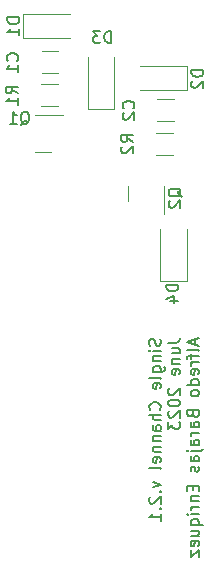
<source format=gbr>
%TF.GenerationSoftware,KiCad,Pcbnew,7.0.5*%
%TF.CreationDate,2023-06-30T17:27:13-05:00*%
%TF.ProjectId,Single.Channel.Amp,53696e67-6c65-42e4-9368-616e6e656c2e,rev?*%
%TF.SameCoordinates,Original*%
%TF.FileFunction,Legend,Bot*%
%TF.FilePolarity,Positive*%
%FSLAX46Y46*%
G04 Gerber Fmt 4.6, Leading zero omitted, Abs format (unit mm)*
G04 Created by KiCad (PCBNEW 7.0.5) date 2023-06-30 17:27:13*
%MOMM*%
%LPD*%
G01*
G04 APERTURE LIST*
%ADD10C,0.150000*%
%ADD11C,0.120000*%
G04 APERTURE END LIST*
D10*
X70377200Y-54099160D02*
X70424819Y-54242017D01*
X70424819Y-54242017D02*
X70424819Y-54480112D01*
X70424819Y-54480112D02*
X70377200Y-54575350D01*
X70377200Y-54575350D02*
X70329580Y-54622969D01*
X70329580Y-54622969D02*
X70234342Y-54670588D01*
X70234342Y-54670588D02*
X70139104Y-54670588D01*
X70139104Y-54670588D02*
X70043866Y-54622969D01*
X70043866Y-54622969D02*
X69996247Y-54575350D01*
X69996247Y-54575350D02*
X69948628Y-54480112D01*
X69948628Y-54480112D02*
X69901009Y-54289636D01*
X69901009Y-54289636D02*
X69853390Y-54194398D01*
X69853390Y-54194398D02*
X69805771Y-54146779D01*
X69805771Y-54146779D02*
X69710533Y-54099160D01*
X69710533Y-54099160D02*
X69615295Y-54099160D01*
X69615295Y-54099160D02*
X69520057Y-54146779D01*
X69520057Y-54146779D02*
X69472438Y-54194398D01*
X69472438Y-54194398D02*
X69424819Y-54289636D01*
X69424819Y-54289636D02*
X69424819Y-54527731D01*
X69424819Y-54527731D02*
X69472438Y-54670588D01*
X70424819Y-55099160D02*
X69758152Y-55099160D01*
X69424819Y-55099160D02*
X69472438Y-55051541D01*
X69472438Y-55051541D02*
X69520057Y-55099160D01*
X69520057Y-55099160D02*
X69472438Y-55146779D01*
X69472438Y-55146779D02*
X69424819Y-55099160D01*
X69424819Y-55099160D02*
X69520057Y-55099160D01*
X69758152Y-55575350D02*
X70424819Y-55575350D01*
X69853390Y-55575350D02*
X69805771Y-55622969D01*
X69805771Y-55622969D02*
X69758152Y-55718207D01*
X69758152Y-55718207D02*
X69758152Y-55861064D01*
X69758152Y-55861064D02*
X69805771Y-55956302D01*
X69805771Y-55956302D02*
X69901009Y-56003921D01*
X69901009Y-56003921D02*
X70424819Y-56003921D01*
X69758152Y-56908683D02*
X70567676Y-56908683D01*
X70567676Y-56908683D02*
X70662914Y-56861064D01*
X70662914Y-56861064D02*
X70710533Y-56813445D01*
X70710533Y-56813445D02*
X70758152Y-56718207D01*
X70758152Y-56718207D02*
X70758152Y-56575350D01*
X70758152Y-56575350D02*
X70710533Y-56480112D01*
X70377200Y-56908683D02*
X70424819Y-56813445D01*
X70424819Y-56813445D02*
X70424819Y-56622969D01*
X70424819Y-56622969D02*
X70377200Y-56527731D01*
X70377200Y-56527731D02*
X70329580Y-56480112D01*
X70329580Y-56480112D02*
X70234342Y-56432493D01*
X70234342Y-56432493D02*
X69948628Y-56432493D01*
X69948628Y-56432493D02*
X69853390Y-56480112D01*
X69853390Y-56480112D02*
X69805771Y-56527731D01*
X69805771Y-56527731D02*
X69758152Y-56622969D01*
X69758152Y-56622969D02*
X69758152Y-56813445D01*
X69758152Y-56813445D02*
X69805771Y-56908683D01*
X70424819Y-57527731D02*
X70377200Y-57432493D01*
X70377200Y-57432493D02*
X70281961Y-57384874D01*
X70281961Y-57384874D02*
X69424819Y-57384874D01*
X70377200Y-58289636D02*
X70424819Y-58194398D01*
X70424819Y-58194398D02*
X70424819Y-58003922D01*
X70424819Y-58003922D02*
X70377200Y-57908684D01*
X70377200Y-57908684D02*
X70281961Y-57861065D01*
X70281961Y-57861065D02*
X69901009Y-57861065D01*
X69901009Y-57861065D02*
X69805771Y-57908684D01*
X69805771Y-57908684D02*
X69758152Y-58003922D01*
X69758152Y-58003922D02*
X69758152Y-58194398D01*
X69758152Y-58194398D02*
X69805771Y-58289636D01*
X69805771Y-58289636D02*
X69901009Y-58337255D01*
X69901009Y-58337255D02*
X69996247Y-58337255D01*
X69996247Y-58337255D02*
X70091485Y-57861065D01*
X70329580Y-60099160D02*
X70377200Y-60051541D01*
X70377200Y-60051541D02*
X70424819Y-59908684D01*
X70424819Y-59908684D02*
X70424819Y-59813446D01*
X70424819Y-59813446D02*
X70377200Y-59670589D01*
X70377200Y-59670589D02*
X70281961Y-59575351D01*
X70281961Y-59575351D02*
X70186723Y-59527732D01*
X70186723Y-59527732D02*
X69996247Y-59480113D01*
X69996247Y-59480113D02*
X69853390Y-59480113D01*
X69853390Y-59480113D02*
X69662914Y-59527732D01*
X69662914Y-59527732D02*
X69567676Y-59575351D01*
X69567676Y-59575351D02*
X69472438Y-59670589D01*
X69472438Y-59670589D02*
X69424819Y-59813446D01*
X69424819Y-59813446D02*
X69424819Y-59908684D01*
X69424819Y-59908684D02*
X69472438Y-60051541D01*
X69472438Y-60051541D02*
X69520057Y-60099160D01*
X70424819Y-60527732D02*
X69424819Y-60527732D01*
X70424819Y-60956303D02*
X69901009Y-60956303D01*
X69901009Y-60956303D02*
X69805771Y-60908684D01*
X69805771Y-60908684D02*
X69758152Y-60813446D01*
X69758152Y-60813446D02*
X69758152Y-60670589D01*
X69758152Y-60670589D02*
X69805771Y-60575351D01*
X69805771Y-60575351D02*
X69853390Y-60527732D01*
X70424819Y-61861065D02*
X69901009Y-61861065D01*
X69901009Y-61861065D02*
X69805771Y-61813446D01*
X69805771Y-61813446D02*
X69758152Y-61718208D01*
X69758152Y-61718208D02*
X69758152Y-61527732D01*
X69758152Y-61527732D02*
X69805771Y-61432494D01*
X70377200Y-61861065D02*
X70424819Y-61765827D01*
X70424819Y-61765827D02*
X70424819Y-61527732D01*
X70424819Y-61527732D02*
X70377200Y-61432494D01*
X70377200Y-61432494D02*
X70281961Y-61384875D01*
X70281961Y-61384875D02*
X70186723Y-61384875D01*
X70186723Y-61384875D02*
X70091485Y-61432494D01*
X70091485Y-61432494D02*
X70043866Y-61527732D01*
X70043866Y-61527732D02*
X70043866Y-61765827D01*
X70043866Y-61765827D02*
X69996247Y-61861065D01*
X69758152Y-62337256D02*
X70424819Y-62337256D01*
X69853390Y-62337256D02*
X69805771Y-62384875D01*
X69805771Y-62384875D02*
X69758152Y-62480113D01*
X69758152Y-62480113D02*
X69758152Y-62622970D01*
X69758152Y-62622970D02*
X69805771Y-62718208D01*
X69805771Y-62718208D02*
X69901009Y-62765827D01*
X69901009Y-62765827D02*
X70424819Y-62765827D01*
X69758152Y-63242018D02*
X70424819Y-63242018D01*
X69853390Y-63242018D02*
X69805771Y-63289637D01*
X69805771Y-63289637D02*
X69758152Y-63384875D01*
X69758152Y-63384875D02*
X69758152Y-63527732D01*
X69758152Y-63527732D02*
X69805771Y-63622970D01*
X69805771Y-63622970D02*
X69901009Y-63670589D01*
X69901009Y-63670589D02*
X70424819Y-63670589D01*
X70377200Y-64527732D02*
X70424819Y-64432494D01*
X70424819Y-64432494D02*
X70424819Y-64242018D01*
X70424819Y-64242018D02*
X70377200Y-64146780D01*
X70377200Y-64146780D02*
X70281961Y-64099161D01*
X70281961Y-64099161D02*
X69901009Y-64099161D01*
X69901009Y-64099161D02*
X69805771Y-64146780D01*
X69805771Y-64146780D02*
X69758152Y-64242018D01*
X69758152Y-64242018D02*
X69758152Y-64432494D01*
X69758152Y-64432494D02*
X69805771Y-64527732D01*
X69805771Y-64527732D02*
X69901009Y-64575351D01*
X69901009Y-64575351D02*
X69996247Y-64575351D01*
X69996247Y-64575351D02*
X70091485Y-64099161D01*
X70424819Y-65146780D02*
X70377200Y-65051542D01*
X70377200Y-65051542D02*
X70281961Y-65003923D01*
X70281961Y-65003923D02*
X69424819Y-65003923D01*
X69758152Y-66194400D02*
X70424819Y-66432495D01*
X70424819Y-66432495D02*
X69758152Y-66670590D01*
X70329580Y-67051543D02*
X70377200Y-67099162D01*
X70377200Y-67099162D02*
X70424819Y-67051543D01*
X70424819Y-67051543D02*
X70377200Y-67003924D01*
X70377200Y-67003924D02*
X70329580Y-67051543D01*
X70329580Y-67051543D02*
X70424819Y-67051543D01*
X69520057Y-67480114D02*
X69472438Y-67527733D01*
X69472438Y-67527733D02*
X69424819Y-67622971D01*
X69424819Y-67622971D02*
X69424819Y-67861066D01*
X69424819Y-67861066D02*
X69472438Y-67956304D01*
X69472438Y-67956304D02*
X69520057Y-68003923D01*
X69520057Y-68003923D02*
X69615295Y-68051542D01*
X69615295Y-68051542D02*
X69710533Y-68051542D01*
X69710533Y-68051542D02*
X69853390Y-68003923D01*
X69853390Y-68003923D02*
X70424819Y-67432495D01*
X70424819Y-67432495D02*
X70424819Y-68051542D01*
X70329580Y-68480114D02*
X70377200Y-68527733D01*
X70377200Y-68527733D02*
X70424819Y-68480114D01*
X70424819Y-68480114D02*
X70377200Y-68432495D01*
X70377200Y-68432495D02*
X70329580Y-68480114D01*
X70329580Y-68480114D02*
X70424819Y-68480114D01*
X70424819Y-69480113D02*
X70424819Y-68908685D01*
X70424819Y-69194399D02*
X69424819Y-69194399D01*
X69424819Y-69194399D02*
X69567676Y-69099161D01*
X69567676Y-69099161D02*
X69662914Y-69003923D01*
X69662914Y-69003923D02*
X69710533Y-68908685D01*
X71034819Y-54432493D02*
X71749104Y-54432493D01*
X71749104Y-54432493D02*
X71891961Y-54384874D01*
X71891961Y-54384874D02*
X71987200Y-54289636D01*
X71987200Y-54289636D02*
X72034819Y-54146779D01*
X72034819Y-54146779D02*
X72034819Y-54051541D01*
X71368152Y-55337255D02*
X72034819Y-55337255D01*
X71368152Y-54908684D02*
X71891961Y-54908684D01*
X71891961Y-54908684D02*
X71987200Y-54956303D01*
X71987200Y-54956303D02*
X72034819Y-55051541D01*
X72034819Y-55051541D02*
X72034819Y-55194398D01*
X72034819Y-55194398D02*
X71987200Y-55289636D01*
X71987200Y-55289636D02*
X71939580Y-55337255D01*
X71368152Y-55813446D02*
X72034819Y-55813446D01*
X71463390Y-55813446D02*
X71415771Y-55861065D01*
X71415771Y-55861065D02*
X71368152Y-55956303D01*
X71368152Y-55956303D02*
X71368152Y-56099160D01*
X71368152Y-56099160D02*
X71415771Y-56194398D01*
X71415771Y-56194398D02*
X71511009Y-56242017D01*
X71511009Y-56242017D02*
X72034819Y-56242017D01*
X71987200Y-57099160D02*
X72034819Y-57003922D01*
X72034819Y-57003922D02*
X72034819Y-56813446D01*
X72034819Y-56813446D02*
X71987200Y-56718208D01*
X71987200Y-56718208D02*
X71891961Y-56670589D01*
X71891961Y-56670589D02*
X71511009Y-56670589D01*
X71511009Y-56670589D02*
X71415771Y-56718208D01*
X71415771Y-56718208D02*
X71368152Y-56813446D01*
X71368152Y-56813446D02*
X71368152Y-57003922D01*
X71368152Y-57003922D02*
X71415771Y-57099160D01*
X71415771Y-57099160D02*
X71511009Y-57146779D01*
X71511009Y-57146779D02*
X71606247Y-57146779D01*
X71606247Y-57146779D02*
X71701485Y-56670589D01*
X71130057Y-58289637D02*
X71082438Y-58337256D01*
X71082438Y-58337256D02*
X71034819Y-58432494D01*
X71034819Y-58432494D02*
X71034819Y-58670589D01*
X71034819Y-58670589D02*
X71082438Y-58765827D01*
X71082438Y-58765827D02*
X71130057Y-58813446D01*
X71130057Y-58813446D02*
X71225295Y-58861065D01*
X71225295Y-58861065D02*
X71320533Y-58861065D01*
X71320533Y-58861065D02*
X71463390Y-58813446D01*
X71463390Y-58813446D02*
X72034819Y-58242018D01*
X72034819Y-58242018D02*
X72034819Y-58861065D01*
X71034819Y-59480113D02*
X71034819Y-59575351D01*
X71034819Y-59575351D02*
X71082438Y-59670589D01*
X71082438Y-59670589D02*
X71130057Y-59718208D01*
X71130057Y-59718208D02*
X71225295Y-59765827D01*
X71225295Y-59765827D02*
X71415771Y-59813446D01*
X71415771Y-59813446D02*
X71653866Y-59813446D01*
X71653866Y-59813446D02*
X71844342Y-59765827D01*
X71844342Y-59765827D02*
X71939580Y-59718208D01*
X71939580Y-59718208D02*
X71987200Y-59670589D01*
X71987200Y-59670589D02*
X72034819Y-59575351D01*
X72034819Y-59575351D02*
X72034819Y-59480113D01*
X72034819Y-59480113D02*
X71987200Y-59384875D01*
X71987200Y-59384875D02*
X71939580Y-59337256D01*
X71939580Y-59337256D02*
X71844342Y-59289637D01*
X71844342Y-59289637D02*
X71653866Y-59242018D01*
X71653866Y-59242018D02*
X71415771Y-59242018D01*
X71415771Y-59242018D02*
X71225295Y-59289637D01*
X71225295Y-59289637D02*
X71130057Y-59337256D01*
X71130057Y-59337256D02*
X71082438Y-59384875D01*
X71082438Y-59384875D02*
X71034819Y-59480113D01*
X71130057Y-60194399D02*
X71082438Y-60242018D01*
X71082438Y-60242018D02*
X71034819Y-60337256D01*
X71034819Y-60337256D02*
X71034819Y-60575351D01*
X71034819Y-60575351D02*
X71082438Y-60670589D01*
X71082438Y-60670589D02*
X71130057Y-60718208D01*
X71130057Y-60718208D02*
X71225295Y-60765827D01*
X71225295Y-60765827D02*
X71320533Y-60765827D01*
X71320533Y-60765827D02*
X71463390Y-60718208D01*
X71463390Y-60718208D02*
X72034819Y-60146780D01*
X72034819Y-60146780D02*
X72034819Y-60765827D01*
X71034819Y-61099161D02*
X71034819Y-61718208D01*
X71034819Y-61718208D02*
X71415771Y-61384875D01*
X71415771Y-61384875D02*
X71415771Y-61527732D01*
X71415771Y-61527732D02*
X71463390Y-61622970D01*
X71463390Y-61622970D02*
X71511009Y-61670589D01*
X71511009Y-61670589D02*
X71606247Y-61718208D01*
X71606247Y-61718208D02*
X71844342Y-61718208D01*
X71844342Y-61718208D02*
X71939580Y-61670589D01*
X71939580Y-61670589D02*
X71987200Y-61622970D01*
X71987200Y-61622970D02*
X72034819Y-61527732D01*
X72034819Y-61527732D02*
X72034819Y-61242018D01*
X72034819Y-61242018D02*
X71987200Y-61146780D01*
X71987200Y-61146780D02*
X71939580Y-61099161D01*
X73359104Y-54099160D02*
X73359104Y-54575350D01*
X73644819Y-54003922D02*
X72644819Y-54337255D01*
X72644819Y-54337255D02*
X73644819Y-54670588D01*
X73644819Y-55146779D02*
X73597200Y-55051541D01*
X73597200Y-55051541D02*
X73501961Y-55003922D01*
X73501961Y-55003922D02*
X72644819Y-55003922D01*
X72978152Y-55384875D02*
X72978152Y-55765827D01*
X73644819Y-55527732D02*
X72787676Y-55527732D01*
X72787676Y-55527732D02*
X72692438Y-55575351D01*
X72692438Y-55575351D02*
X72644819Y-55670589D01*
X72644819Y-55670589D02*
X72644819Y-55765827D01*
X73644819Y-56099161D02*
X72978152Y-56099161D01*
X73168628Y-56099161D02*
X73073390Y-56146780D01*
X73073390Y-56146780D02*
X73025771Y-56194399D01*
X73025771Y-56194399D02*
X72978152Y-56289637D01*
X72978152Y-56289637D02*
X72978152Y-56384875D01*
X73597200Y-57099161D02*
X73644819Y-57003923D01*
X73644819Y-57003923D02*
X73644819Y-56813447D01*
X73644819Y-56813447D02*
X73597200Y-56718209D01*
X73597200Y-56718209D02*
X73501961Y-56670590D01*
X73501961Y-56670590D02*
X73121009Y-56670590D01*
X73121009Y-56670590D02*
X73025771Y-56718209D01*
X73025771Y-56718209D02*
X72978152Y-56813447D01*
X72978152Y-56813447D02*
X72978152Y-57003923D01*
X72978152Y-57003923D02*
X73025771Y-57099161D01*
X73025771Y-57099161D02*
X73121009Y-57146780D01*
X73121009Y-57146780D02*
X73216247Y-57146780D01*
X73216247Y-57146780D02*
X73311485Y-56670590D01*
X73644819Y-58003923D02*
X72644819Y-58003923D01*
X73597200Y-58003923D02*
X73644819Y-57908685D01*
X73644819Y-57908685D02*
X73644819Y-57718209D01*
X73644819Y-57718209D02*
X73597200Y-57622971D01*
X73597200Y-57622971D02*
X73549580Y-57575352D01*
X73549580Y-57575352D02*
X73454342Y-57527733D01*
X73454342Y-57527733D02*
X73168628Y-57527733D01*
X73168628Y-57527733D02*
X73073390Y-57575352D01*
X73073390Y-57575352D02*
X73025771Y-57622971D01*
X73025771Y-57622971D02*
X72978152Y-57718209D01*
X72978152Y-57718209D02*
X72978152Y-57908685D01*
X72978152Y-57908685D02*
X73025771Y-58003923D01*
X73644819Y-58622971D02*
X73597200Y-58527733D01*
X73597200Y-58527733D02*
X73549580Y-58480114D01*
X73549580Y-58480114D02*
X73454342Y-58432495D01*
X73454342Y-58432495D02*
X73168628Y-58432495D01*
X73168628Y-58432495D02*
X73073390Y-58480114D01*
X73073390Y-58480114D02*
X73025771Y-58527733D01*
X73025771Y-58527733D02*
X72978152Y-58622971D01*
X72978152Y-58622971D02*
X72978152Y-58765828D01*
X72978152Y-58765828D02*
X73025771Y-58861066D01*
X73025771Y-58861066D02*
X73073390Y-58908685D01*
X73073390Y-58908685D02*
X73168628Y-58956304D01*
X73168628Y-58956304D02*
X73454342Y-58956304D01*
X73454342Y-58956304D02*
X73549580Y-58908685D01*
X73549580Y-58908685D02*
X73597200Y-58861066D01*
X73597200Y-58861066D02*
X73644819Y-58765828D01*
X73644819Y-58765828D02*
X73644819Y-58622971D01*
X73121009Y-60480114D02*
X73168628Y-60622971D01*
X73168628Y-60622971D02*
X73216247Y-60670590D01*
X73216247Y-60670590D02*
X73311485Y-60718209D01*
X73311485Y-60718209D02*
X73454342Y-60718209D01*
X73454342Y-60718209D02*
X73549580Y-60670590D01*
X73549580Y-60670590D02*
X73597200Y-60622971D01*
X73597200Y-60622971D02*
X73644819Y-60527733D01*
X73644819Y-60527733D02*
X73644819Y-60146781D01*
X73644819Y-60146781D02*
X72644819Y-60146781D01*
X72644819Y-60146781D02*
X72644819Y-60480114D01*
X72644819Y-60480114D02*
X72692438Y-60575352D01*
X72692438Y-60575352D02*
X72740057Y-60622971D01*
X72740057Y-60622971D02*
X72835295Y-60670590D01*
X72835295Y-60670590D02*
X72930533Y-60670590D01*
X72930533Y-60670590D02*
X73025771Y-60622971D01*
X73025771Y-60622971D02*
X73073390Y-60575352D01*
X73073390Y-60575352D02*
X73121009Y-60480114D01*
X73121009Y-60480114D02*
X73121009Y-60146781D01*
X73644819Y-61575352D02*
X73121009Y-61575352D01*
X73121009Y-61575352D02*
X73025771Y-61527733D01*
X73025771Y-61527733D02*
X72978152Y-61432495D01*
X72978152Y-61432495D02*
X72978152Y-61242019D01*
X72978152Y-61242019D02*
X73025771Y-61146781D01*
X73597200Y-61575352D02*
X73644819Y-61480114D01*
X73644819Y-61480114D02*
X73644819Y-61242019D01*
X73644819Y-61242019D02*
X73597200Y-61146781D01*
X73597200Y-61146781D02*
X73501961Y-61099162D01*
X73501961Y-61099162D02*
X73406723Y-61099162D01*
X73406723Y-61099162D02*
X73311485Y-61146781D01*
X73311485Y-61146781D02*
X73263866Y-61242019D01*
X73263866Y-61242019D02*
X73263866Y-61480114D01*
X73263866Y-61480114D02*
X73216247Y-61575352D01*
X73644819Y-62051543D02*
X72978152Y-62051543D01*
X73168628Y-62051543D02*
X73073390Y-62099162D01*
X73073390Y-62099162D02*
X73025771Y-62146781D01*
X73025771Y-62146781D02*
X72978152Y-62242019D01*
X72978152Y-62242019D02*
X72978152Y-62337257D01*
X73644819Y-63099162D02*
X73121009Y-63099162D01*
X73121009Y-63099162D02*
X73025771Y-63051543D01*
X73025771Y-63051543D02*
X72978152Y-62956305D01*
X72978152Y-62956305D02*
X72978152Y-62765829D01*
X72978152Y-62765829D02*
X73025771Y-62670591D01*
X73597200Y-63099162D02*
X73644819Y-63003924D01*
X73644819Y-63003924D02*
X73644819Y-62765829D01*
X73644819Y-62765829D02*
X73597200Y-62670591D01*
X73597200Y-62670591D02*
X73501961Y-62622972D01*
X73501961Y-62622972D02*
X73406723Y-62622972D01*
X73406723Y-62622972D02*
X73311485Y-62670591D01*
X73311485Y-62670591D02*
X73263866Y-62765829D01*
X73263866Y-62765829D02*
X73263866Y-63003924D01*
X73263866Y-63003924D02*
X73216247Y-63099162D01*
X72978152Y-63575353D02*
X73835295Y-63575353D01*
X73835295Y-63575353D02*
X73930533Y-63527734D01*
X73930533Y-63527734D02*
X73978152Y-63432496D01*
X73978152Y-63432496D02*
X73978152Y-63384877D01*
X72644819Y-63575353D02*
X72692438Y-63527734D01*
X72692438Y-63527734D02*
X72740057Y-63575353D01*
X72740057Y-63575353D02*
X72692438Y-63622972D01*
X72692438Y-63622972D02*
X72644819Y-63575353D01*
X72644819Y-63575353D02*
X72740057Y-63575353D01*
X73644819Y-64480114D02*
X73121009Y-64480114D01*
X73121009Y-64480114D02*
X73025771Y-64432495D01*
X73025771Y-64432495D02*
X72978152Y-64337257D01*
X72978152Y-64337257D02*
X72978152Y-64146781D01*
X72978152Y-64146781D02*
X73025771Y-64051543D01*
X73597200Y-64480114D02*
X73644819Y-64384876D01*
X73644819Y-64384876D02*
X73644819Y-64146781D01*
X73644819Y-64146781D02*
X73597200Y-64051543D01*
X73597200Y-64051543D02*
X73501961Y-64003924D01*
X73501961Y-64003924D02*
X73406723Y-64003924D01*
X73406723Y-64003924D02*
X73311485Y-64051543D01*
X73311485Y-64051543D02*
X73263866Y-64146781D01*
X73263866Y-64146781D02*
X73263866Y-64384876D01*
X73263866Y-64384876D02*
X73216247Y-64480114D01*
X73597200Y-64908686D02*
X73644819Y-65003924D01*
X73644819Y-65003924D02*
X73644819Y-65194400D01*
X73644819Y-65194400D02*
X73597200Y-65289638D01*
X73597200Y-65289638D02*
X73501961Y-65337257D01*
X73501961Y-65337257D02*
X73454342Y-65337257D01*
X73454342Y-65337257D02*
X73359104Y-65289638D01*
X73359104Y-65289638D02*
X73311485Y-65194400D01*
X73311485Y-65194400D02*
X73311485Y-65051543D01*
X73311485Y-65051543D02*
X73263866Y-64956305D01*
X73263866Y-64956305D02*
X73168628Y-64908686D01*
X73168628Y-64908686D02*
X73121009Y-64908686D01*
X73121009Y-64908686D02*
X73025771Y-64956305D01*
X73025771Y-64956305D02*
X72978152Y-65051543D01*
X72978152Y-65051543D02*
X72978152Y-65194400D01*
X72978152Y-65194400D02*
X73025771Y-65289638D01*
X73121009Y-66527734D02*
X73121009Y-66861067D01*
X73644819Y-67003924D02*
X73644819Y-66527734D01*
X73644819Y-66527734D02*
X72644819Y-66527734D01*
X72644819Y-66527734D02*
X72644819Y-67003924D01*
X72978152Y-67432496D02*
X73644819Y-67432496D01*
X73073390Y-67432496D02*
X73025771Y-67480115D01*
X73025771Y-67480115D02*
X72978152Y-67575353D01*
X72978152Y-67575353D02*
X72978152Y-67718210D01*
X72978152Y-67718210D02*
X73025771Y-67813448D01*
X73025771Y-67813448D02*
X73121009Y-67861067D01*
X73121009Y-67861067D02*
X73644819Y-67861067D01*
X73644819Y-68337258D02*
X72978152Y-68337258D01*
X73168628Y-68337258D02*
X73073390Y-68384877D01*
X73073390Y-68384877D02*
X73025771Y-68432496D01*
X73025771Y-68432496D02*
X72978152Y-68527734D01*
X72978152Y-68527734D02*
X72978152Y-68622972D01*
X73644819Y-68956306D02*
X72978152Y-68956306D01*
X72644819Y-68956306D02*
X72692438Y-68908687D01*
X72692438Y-68908687D02*
X72740057Y-68956306D01*
X72740057Y-68956306D02*
X72692438Y-69003925D01*
X72692438Y-69003925D02*
X72644819Y-68956306D01*
X72644819Y-68956306D02*
X72740057Y-68956306D01*
X72978152Y-69861067D02*
X73978152Y-69861067D01*
X73597200Y-69861067D02*
X73644819Y-69765829D01*
X73644819Y-69765829D02*
X73644819Y-69575353D01*
X73644819Y-69575353D02*
X73597200Y-69480115D01*
X73597200Y-69480115D02*
X73549580Y-69432496D01*
X73549580Y-69432496D02*
X73454342Y-69384877D01*
X73454342Y-69384877D02*
X73168628Y-69384877D01*
X73168628Y-69384877D02*
X73073390Y-69432496D01*
X73073390Y-69432496D02*
X73025771Y-69480115D01*
X73025771Y-69480115D02*
X72978152Y-69575353D01*
X72978152Y-69575353D02*
X72978152Y-69765829D01*
X72978152Y-69765829D02*
X73025771Y-69861067D01*
X72978152Y-70765829D02*
X73644819Y-70765829D01*
X72978152Y-70337258D02*
X73501961Y-70337258D01*
X73501961Y-70337258D02*
X73597200Y-70384877D01*
X73597200Y-70384877D02*
X73644819Y-70480115D01*
X73644819Y-70480115D02*
X73644819Y-70622972D01*
X73644819Y-70622972D02*
X73597200Y-70718210D01*
X73597200Y-70718210D02*
X73549580Y-70765829D01*
X73597200Y-71622972D02*
X73644819Y-71527734D01*
X73644819Y-71527734D02*
X73644819Y-71337258D01*
X73644819Y-71337258D02*
X73597200Y-71242020D01*
X73597200Y-71242020D02*
X73501961Y-71194401D01*
X73501961Y-71194401D02*
X73121009Y-71194401D01*
X73121009Y-71194401D02*
X73025771Y-71242020D01*
X73025771Y-71242020D02*
X72978152Y-71337258D01*
X72978152Y-71337258D02*
X72978152Y-71527734D01*
X72978152Y-71527734D02*
X73025771Y-71622972D01*
X73025771Y-71622972D02*
X73121009Y-71670591D01*
X73121009Y-71670591D02*
X73216247Y-71670591D01*
X73216247Y-71670591D02*
X73311485Y-71194401D01*
X72978152Y-72003925D02*
X72978152Y-72527734D01*
X72978152Y-72527734D02*
X73644819Y-72003925D01*
X73644819Y-72003925D02*
X73644819Y-72527734D01*
%TO.C,Q2*%
X72190057Y-42089761D02*
X72142438Y-41994523D01*
X72142438Y-41994523D02*
X72047200Y-41899285D01*
X72047200Y-41899285D02*
X71904342Y-41756428D01*
X71904342Y-41756428D02*
X71856723Y-41661190D01*
X71856723Y-41661190D02*
X71856723Y-41565952D01*
X72094819Y-41613571D02*
X72047200Y-41518333D01*
X72047200Y-41518333D02*
X71951961Y-41423095D01*
X71951961Y-41423095D02*
X71761485Y-41375476D01*
X71761485Y-41375476D02*
X71428152Y-41375476D01*
X71428152Y-41375476D02*
X71237676Y-41423095D01*
X71237676Y-41423095D02*
X71142438Y-41518333D01*
X71142438Y-41518333D02*
X71094819Y-41613571D01*
X71094819Y-41613571D02*
X71094819Y-41804047D01*
X71094819Y-41804047D02*
X71142438Y-41899285D01*
X71142438Y-41899285D02*
X71237676Y-41994523D01*
X71237676Y-41994523D02*
X71428152Y-42042142D01*
X71428152Y-42042142D02*
X71761485Y-42042142D01*
X71761485Y-42042142D02*
X71951961Y-41994523D01*
X71951961Y-41994523D02*
X72047200Y-41899285D01*
X72047200Y-41899285D02*
X72094819Y-41804047D01*
X72094819Y-41804047D02*
X72094819Y-41613571D01*
X71190057Y-42423095D02*
X71142438Y-42470714D01*
X71142438Y-42470714D02*
X71094819Y-42565952D01*
X71094819Y-42565952D02*
X71094819Y-42804047D01*
X71094819Y-42804047D02*
X71142438Y-42899285D01*
X71142438Y-42899285D02*
X71190057Y-42946904D01*
X71190057Y-42946904D02*
X71285295Y-42994523D01*
X71285295Y-42994523D02*
X71380533Y-42994523D01*
X71380533Y-42994523D02*
X71523390Y-42946904D01*
X71523390Y-42946904D02*
X72094819Y-42375476D01*
X72094819Y-42375476D02*
X72094819Y-42994523D01*
%TO.C,D1*%
X58444819Y-26881905D02*
X57444819Y-26881905D01*
X57444819Y-26881905D02*
X57444819Y-27120000D01*
X57444819Y-27120000D02*
X57492438Y-27262857D01*
X57492438Y-27262857D02*
X57587676Y-27358095D01*
X57587676Y-27358095D02*
X57682914Y-27405714D01*
X57682914Y-27405714D02*
X57873390Y-27453333D01*
X57873390Y-27453333D02*
X58016247Y-27453333D01*
X58016247Y-27453333D02*
X58206723Y-27405714D01*
X58206723Y-27405714D02*
X58301961Y-27358095D01*
X58301961Y-27358095D02*
X58397200Y-27262857D01*
X58397200Y-27262857D02*
X58444819Y-27120000D01*
X58444819Y-27120000D02*
X58444819Y-26881905D01*
X58444819Y-28405714D02*
X58444819Y-27834286D01*
X58444819Y-28120000D02*
X57444819Y-28120000D01*
X57444819Y-28120000D02*
X57587676Y-28024762D01*
X57587676Y-28024762D02*
X57682914Y-27929524D01*
X57682914Y-27929524D02*
X57730533Y-27834286D01*
%TO.C,D3*%
X66213094Y-29049819D02*
X66213094Y-28049819D01*
X66213094Y-28049819D02*
X65974999Y-28049819D01*
X65974999Y-28049819D02*
X65832142Y-28097438D01*
X65832142Y-28097438D02*
X65736904Y-28192676D01*
X65736904Y-28192676D02*
X65689285Y-28287914D01*
X65689285Y-28287914D02*
X65641666Y-28478390D01*
X65641666Y-28478390D02*
X65641666Y-28621247D01*
X65641666Y-28621247D02*
X65689285Y-28811723D01*
X65689285Y-28811723D02*
X65736904Y-28906961D01*
X65736904Y-28906961D02*
X65832142Y-29002200D01*
X65832142Y-29002200D02*
X65974999Y-29049819D01*
X65974999Y-29049819D02*
X66213094Y-29049819D01*
X65308332Y-28049819D02*
X64689285Y-28049819D01*
X64689285Y-28049819D02*
X65022618Y-28430771D01*
X65022618Y-28430771D02*
X64879761Y-28430771D01*
X64879761Y-28430771D02*
X64784523Y-28478390D01*
X64784523Y-28478390D02*
X64736904Y-28526009D01*
X64736904Y-28526009D02*
X64689285Y-28621247D01*
X64689285Y-28621247D02*
X64689285Y-28859342D01*
X64689285Y-28859342D02*
X64736904Y-28954580D01*
X64736904Y-28954580D02*
X64784523Y-29002200D01*
X64784523Y-29002200D02*
X64879761Y-29049819D01*
X64879761Y-29049819D02*
X65165475Y-29049819D01*
X65165475Y-29049819D02*
X65260713Y-29002200D01*
X65260713Y-29002200D02*
X65308332Y-28954580D01*
%TO.C,Q1*%
X58550238Y-35970057D02*
X58645476Y-35922438D01*
X58645476Y-35922438D02*
X58740714Y-35827200D01*
X58740714Y-35827200D02*
X58883571Y-35684342D01*
X58883571Y-35684342D02*
X58978809Y-35636723D01*
X58978809Y-35636723D02*
X59074047Y-35636723D01*
X59026428Y-35874819D02*
X59121666Y-35827200D01*
X59121666Y-35827200D02*
X59216904Y-35731961D01*
X59216904Y-35731961D02*
X59264523Y-35541485D01*
X59264523Y-35541485D02*
X59264523Y-35208152D01*
X59264523Y-35208152D02*
X59216904Y-35017676D01*
X59216904Y-35017676D02*
X59121666Y-34922438D01*
X59121666Y-34922438D02*
X59026428Y-34874819D01*
X59026428Y-34874819D02*
X58835952Y-34874819D01*
X58835952Y-34874819D02*
X58740714Y-34922438D01*
X58740714Y-34922438D02*
X58645476Y-35017676D01*
X58645476Y-35017676D02*
X58597857Y-35208152D01*
X58597857Y-35208152D02*
X58597857Y-35541485D01*
X58597857Y-35541485D02*
X58645476Y-35731961D01*
X58645476Y-35731961D02*
X58740714Y-35827200D01*
X58740714Y-35827200D02*
X58835952Y-35874819D01*
X58835952Y-35874819D02*
X59026428Y-35874819D01*
X57645476Y-35874819D02*
X58216904Y-35874819D01*
X57931190Y-35874819D02*
X57931190Y-34874819D01*
X57931190Y-34874819D02*
X58026428Y-35017676D01*
X58026428Y-35017676D02*
X58121666Y-35112914D01*
X58121666Y-35112914D02*
X58216904Y-35160533D01*
%TO.C,R2*%
X68074819Y-37433333D02*
X67598628Y-37100000D01*
X68074819Y-36861905D02*
X67074819Y-36861905D01*
X67074819Y-36861905D02*
X67074819Y-37242857D01*
X67074819Y-37242857D02*
X67122438Y-37338095D01*
X67122438Y-37338095D02*
X67170057Y-37385714D01*
X67170057Y-37385714D02*
X67265295Y-37433333D01*
X67265295Y-37433333D02*
X67408152Y-37433333D01*
X67408152Y-37433333D02*
X67503390Y-37385714D01*
X67503390Y-37385714D02*
X67551009Y-37338095D01*
X67551009Y-37338095D02*
X67598628Y-37242857D01*
X67598628Y-37242857D02*
X67598628Y-36861905D01*
X67170057Y-37814286D02*
X67122438Y-37861905D01*
X67122438Y-37861905D02*
X67074819Y-37957143D01*
X67074819Y-37957143D02*
X67074819Y-38195238D01*
X67074819Y-38195238D02*
X67122438Y-38290476D01*
X67122438Y-38290476D02*
X67170057Y-38338095D01*
X67170057Y-38338095D02*
X67265295Y-38385714D01*
X67265295Y-38385714D02*
X67360533Y-38385714D01*
X67360533Y-38385714D02*
X67503390Y-38338095D01*
X67503390Y-38338095D02*
X68074819Y-37766667D01*
X68074819Y-37766667D02*
X68074819Y-38385714D01*
%TO.C,R1*%
X58309819Y-33323333D02*
X57833628Y-32990000D01*
X58309819Y-32751905D02*
X57309819Y-32751905D01*
X57309819Y-32751905D02*
X57309819Y-33132857D01*
X57309819Y-33132857D02*
X57357438Y-33228095D01*
X57357438Y-33228095D02*
X57405057Y-33275714D01*
X57405057Y-33275714D02*
X57500295Y-33323333D01*
X57500295Y-33323333D02*
X57643152Y-33323333D01*
X57643152Y-33323333D02*
X57738390Y-33275714D01*
X57738390Y-33275714D02*
X57786009Y-33228095D01*
X57786009Y-33228095D02*
X57833628Y-33132857D01*
X57833628Y-33132857D02*
X57833628Y-32751905D01*
X58309819Y-34275714D02*
X58309819Y-33704286D01*
X58309819Y-33990000D02*
X57309819Y-33990000D01*
X57309819Y-33990000D02*
X57452676Y-33894762D01*
X57452676Y-33894762D02*
X57547914Y-33799524D01*
X57547914Y-33799524D02*
X57595533Y-33704286D01*
%TO.C,D4*%
X71899819Y-49499405D02*
X70899819Y-49499405D01*
X70899819Y-49499405D02*
X70899819Y-49737500D01*
X70899819Y-49737500D02*
X70947438Y-49880357D01*
X70947438Y-49880357D02*
X71042676Y-49975595D01*
X71042676Y-49975595D02*
X71137914Y-50023214D01*
X71137914Y-50023214D02*
X71328390Y-50070833D01*
X71328390Y-50070833D02*
X71471247Y-50070833D01*
X71471247Y-50070833D02*
X71661723Y-50023214D01*
X71661723Y-50023214D02*
X71756961Y-49975595D01*
X71756961Y-49975595D02*
X71852200Y-49880357D01*
X71852200Y-49880357D02*
X71899819Y-49737500D01*
X71899819Y-49737500D02*
X71899819Y-49499405D01*
X71233152Y-50927976D02*
X71899819Y-50927976D01*
X70852200Y-50689881D02*
X71566485Y-50451786D01*
X71566485Y-50451786D02*
X71566485Y-51070833D01*
%TO.C,D2*%
X74024819Y-31326905D02*
X73024819Y-31326905D01*
X73024819Y-31326905D02*
X73024819Y-31565000D01*
X73024819Y-31565000D02*
X73072438Y-31707857D01*
X73072438Y-31707857D02*
X73167676Y-31803095D01*
X73167676Y-31803095D02*
X73262914Y-31850714D01*
X73262914Y-31850714D02*
X73453390Y-31898333D01*
X73453390Y-31898333D02*
X73596247Y-31898333D01*
X73596247Y-31898333D02*
X73786723Y-31850714D01*
X73786723Y-31850714D02*
X73881961Y-31803095D01*
X73881961Y-31803095D02*
X73977200Y-31707857D01*
X73977200Y-31707857D02*
X74024819Y-31565000D01*
X74024819Y-31565000D02*
X74024819Y-31326905D01*
X73120057Y-32279286D02*
X73072438Y-32326905D01*
X73072438Y-32326905D02*
X73024819Y-32422143D01*
X73024819Y-32422143D02*
X73024819Y-32660238D01*
X73024819Y-32660238D02*
X73072438Y-32755476D01*
X73072438Y-32755476D02*
X73120057Y-32803095D01*
X73120057Y-32803095D02*
X73215295Y-32850714D01*
X73215295Y-32850714D02*
X73310533Y-32850714D01*
X73310533Y-32850714D02*
X73453390Y-32803095D01*
X73453390Y-32803095D02*
X74024819Y-32231667D01*
X74024819Y-32231667D02*
X74024819Y-32850714D01*
%TO.C,C1*%
X58269580Y-30553333D02*
X58317200Y-30505714D01*
X58317200Y-30505714D02*
X58364819Y-30362857D01*
X58364819Y-30362857D02*
X58364819Y-30267619D01*
X58364819Y-30267619D02*
X58317200Y-30124762D01*
X58317200Y-30124762D02*
X58221961Y-30029524D01*
X58221961Y-30029524D02*
X58126723Y-29981905D01*
X58126723Y-29981905D02*
X57936247Y-29934286D01*
X57936247Y-29934286D02*
X57793390Y-29934286D01*
X57793390Y-29934286D02*
X57602914Y-29981905D01*
X57602914Y-29981905D02*
X57507676Y-30029524D01*
X57507676Y-30029524D02*
X57412438Y-30124762D01*
X57412438Y-30124762D02*
X57364819Y-30267619D01*
X57364819Y-30267619D02*
X57364819Y-30362857D01*
X57364819Y-30362857D02*
X57412438Y-30505714D01*
X57412438Y-30505714D02*
X57460057Y-30553333D01*
X58364819Y-31505714D02*
X58364819Y-30934286D01*
X58364819Y-31220000D02*
X57364819Y-31220000D01*
X57364819Y-31220000D02*
X57507676Y-31124762D01*
X57507676Y-31124762D02*
X57602914Y-31029524D01*
X57602914Y-31029524D02*
X57650533Y-30934286D01*
%TO.C,C2*%
X68099580Y-34588333D02*
X68147200Y-34540714D01*
X68147200Y-34540714D02*
X68194819Y-34397857D01*
X68194819Y-34397857D02*
X68194819Y-34302619D01*
X68194819Y-34302619D02*
X68147200Y-34159762D01*
X68147200Y-34159762D02*
X68051961Y-34064524D01*
X68051961Y-34064524D02*
X67956723Y-34016905D01*
X67956723Y-34016905D02*
X67766247Y-33969286D01*
X67766247Y-33969286D02*
X67623390Y-33969286D01*
X67623390Y-33969286D02*
X67432914Y-34016905D01*
X67432914Y-34016905D02*
X67337676Y-34064524D01*
X67337676Y-34064524D02*
X67242438Y-34159762D01*
X67242438Y-34159762D02*
X67194819Y-34302619D01*
X67194819Y-34302619D02*
X67194819Y-34397857D01*
X67194819Y-34397857D02*
X67242438Y-34540714D01*
X67242438Y-34540714D02*
X67290057Y-34588333D01*
X67290057Y-34969286D02*
X67242438Y-35016905D01*
X67242438Y-35016905D02*
X67194819Y-35112143D01*
X67194819Y-35112143D02*
X67194819Y-35350238D01*
X67194819Y-35350238D02*
X67242438Y-35445476D01*
X67242438Y-35445476D02*
X67290057Y-35493095D01*
X67290057Y-35493095D02*
X67385295Y-35540714D01*
X67385295Y-35540714D02*
X67480533Y-35540714D01*
X67480533Y-35540714D02*
X67623390Y-35493095D01*
X67623390Y-35493095D02*
X68194819Y-34921667D01*
X68194819Y-34921667D02*
X68194819Y-35540714D01*
D11*
%TO.C,Q2*%
X67620000Y-41812500D02*
X67620000Y-42462500D01*
X67620000Y-41812500D02*
X67620000Y-41162500D01*
X70740000Y-41812500D02*
X70740000Y-43487500D01*
X70740000Y-41812500D02*
X70740000Y-41162500D01*
%TO.C,D1*%
X58740000Y-26595000D02*
X62750000Y-26595000D01*
X58740000Y-28595000D02*
X58740000Y-26595000D01*
X58740000Y-28595000D02*
X62750000Y-28595000D01*
%TO.C,D3*%
X64285000Y-34635000D02*
X64285000Y-30225000D01*
X66505000Y-34635000D02*
X64285000Y-34635000D01*
X66505000Y-30225000D02*
X66505000Y-34635000D01*
%TO.C,Q1*%
X60445000Y-38255000D02*
X61095000Y-38255000D01*
X60445000Y-38255000D02*
X59795000Y-38255000D01*
X60445000Y-35135000D02*
X62120000Y-35135000D01*
X60445000Y-35135000D02*
X59795000Y-35135000D01*
%TO.C,R2*%
X69997936Y-36695000D02*
X71452064Y-36695000D01*
X69997936Y-38515000D02*
X71452064Y-38515000D01*
%TO.C,R1*%
X60302936Y-32560000D02*
X61757064Y-32560000D01*
X60302936Y-34380000D02*
X61757064Y-34380000D01*
%TO.C,D4*%
X70395000Y-49210000D02*
X70395000Y-44800000D01*
X72615000Y-49210000D02*
X70395000Y-49210000D01*
X72615000Y-44800000D02*
X72615000Y-49210000D01*
%TO.C,D2*%
X72655000Y-33030000D02*
X68645000Y-33030000D01*
X72655000Y-31030000D02*
X72655000Y-33030000D01*
X72655000Y-31030000D02*
X68645000Y-31030000D01*
%TO.C,C1*%
X61758752Y-31585000D02*
X60336248Y-31585000D01*
X61758752Y-29765000D02*
X60336248Y-29765000D01*
%TO.C,C2*%
X71538752Y-35620000D02*
X70116248Y-35620000D01*
X71538752Y-33800000D02*
X70116248Y-33800000D01*
%TD*%
M02*

</source>
